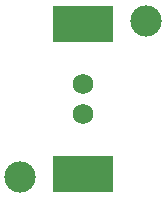
<source format=gts>
G04 (created by PCBNEW (2013-07-07 BZR 4022)-stable) date 11/9/2013 6:32:22 PM*
%MOIN*%
G04 Gerber Fmt 3.4, Leading zero omitted, Abs format*
%FSLAX34Y34*%
G01*
G70*
G90*
G04 APERTURE LIST*
%ADD10C,0.006*%
%ADD11R,0.20285X0.12411*%
%ADD12C,0.0689921*%
%ADD13C,0.104425*%
G04 APERTURE END LIST*
G54D10*
G54D11*
X29750Y-20750D03*
G54D12*
X29750Y-18750D03*
X29750Y-17750D03*
G54D11*
X29750Y-15750D03*
G54D13*
X31850Y-15650D03*
X27650Y-20850D03*
M02*

</source>
